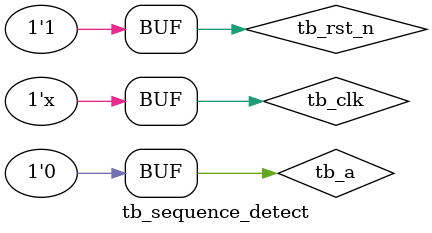
<source format=v>
`timescale 1ns / 1ps


module tb_sequence_detect();

reg     tb_clk;
reg     tb_rst_n;
reg     tb_a;
wire    tb_match;

always #2.5 tb_clk = ~tb_clk;
// 0111_0001
initial begin
    tb_clk <= 1'b1;
    tb_rst_n <= 1'b0;
    #20
    tb_rst_n <= 1'b1;
    tb_a <= 1'b0;
    #5
    tb_a <= 1'b1;
    #5
    tb_a <= 1'b1;
    #5
    tb_a <= 1'b1;
    #5
    tb_a <= 1'b0;
    #5
    tb_a <= 1'b0;
    #5
    tb_a <= 1'b1;
    #5
    tb_a <= 1'b1;
    #5
    tb_a <= 1'b0;
    #5
    tb_a <= 1'b1;
    #5
    tb_a <= 1'b1;
    #5
    tb_a <= 1'b1;
    #5
    tb_a <= 1'b0;
    #5
    tb_a <= 1'b0;
    #5
    tb_a <= 1'b0;
    #5
    tb_a <= 1'b1;
    #5
    tb_a <= 1'b0;
end

sequence_detect sequence_detect_inst(
    .clk    (tb_clk  ),
    .rst_n  (tb_rst_n),
    .a      (tb_a    ),
    .match  (tb_match)
);

endmodule

</source>
